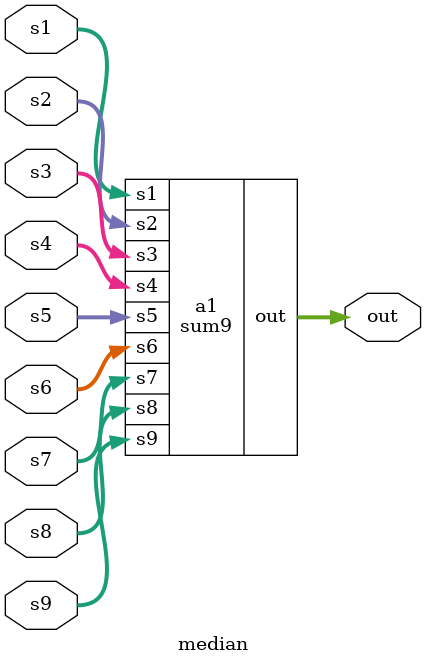
<source format=v>
module expand_16bit (
    a, out
);
    input [7:0]a;
    output reg [15:0]out;

    always @* begin
        out[15]=1'b0;
        out[14]=1'b0;
        out[13]=1'b0;
        out[12]=1'b0;
        out[11]=1'b0;
        out[10]=1'b0;
        out[9]=1'b0;
        out[8]=1'b0;
        out[7:0]=a;
    end
endmodule

module conv16to8 (
    a, out
);
    input [15:0]a;
    output [7:0]out;
    assign out=a[7:0];
endmodule

module sum9(
    s1, s2, s3, s4, s5, s6, s7, s8, s9, out
);
    input [7:0]s1, s2, s3, s4, s5, s6, s7, s8, s9;
    output [7:0]out;

    reg [15:0]sum;
    reg [15:0]d;
    wire [15:0]s116,s216,s316,s416,s516,s616,s716,s816,s916;

    expand_16bit e1(.a(s1), .out(s116));
    expand_16bit e2(.a(s2), .out(s216));
    expand_16bit e3(.a(s3), .out(s316));
    expand_16bit e4(.a(s4), .out(s416));
    expand_16bit e5(.a(s5), .out(s516));
    expand_16bit e6(.a(s6), .out(s616));
    expand_16bit e7(.a(s7), .out(s716));
    expand_16bit e8(.a(s8), .out(s816));
    expand_16bit e9(.a(s9), .out(s916));
    
    always @* begin
        sum = s116 + s216 + s316 + s416 + s516 + s616 + s716 + s816 + s916;
        d =sum/9;
    end

    conv16to8 conv(d, out);
endmodule

module median (
    s1, s2, s3, s4, s5, s6, s7, s8, s9, out
);
    input [7:0]s1, s2, s3, s4, s5, s6, s7, s8, s9;
    output [7:0]out;
    sum9 a1(s1, s2, s3, s4, s5, s6, s7, s8, s9, out);
endmodule
</source>
